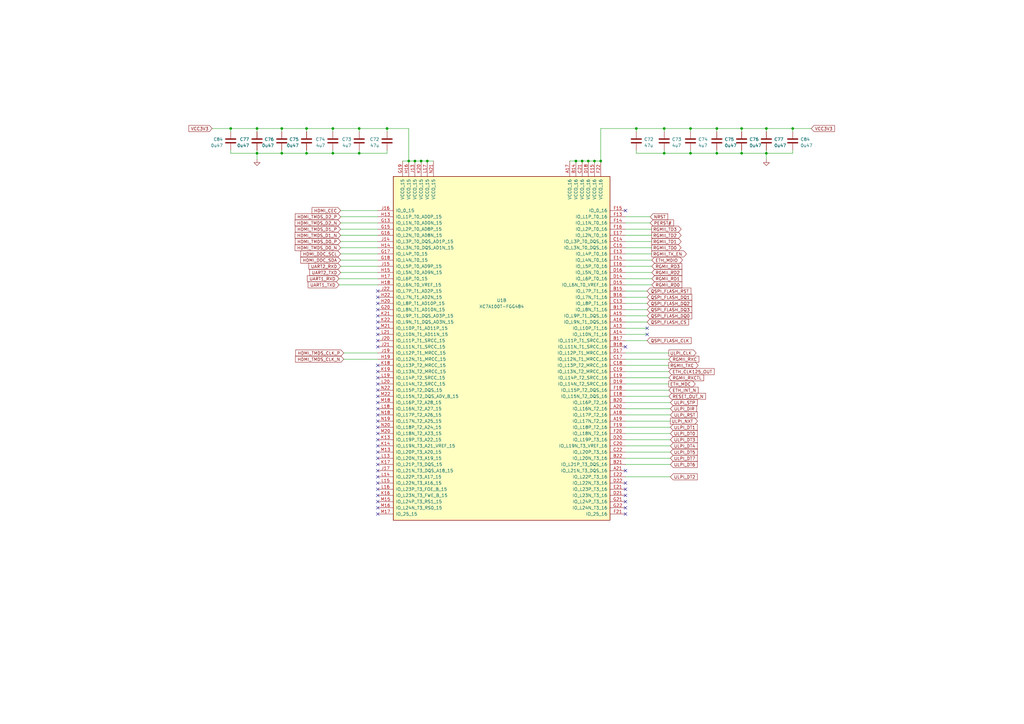
<source format=kicad_sch>
(kicad_sch (version 20230121) (generator eeschema)
  (paper "A3")
  (junction (at 147.32 52.705))
  (junction (at 294.005 52.705))
  (junction (at 304.165 62.865))
  (junction (at 314.325 52.705))
  (junction (at 105.41 52.705))
  (junction (at 175.26 66.04))
  (junction (at 170.18 66.04))
  (junction (at 272.415 52.705))
  (junction (at 125.73 62.865))
  (junction (at 243.84 66.04))
  (junction (at 136.525 62.865))
  (junction (at 246.38 66.04))
  (junction (at 172.72 66.04))
  (junction (at 294.005 62.865))
  (junction (at 272.415 62.865))
  (junction (at 115.57 52.705))
  (junction (at 314.325 62.865))
  (junction (at 94.615 52.705))
  (junction (at 283.21 52.705))
  (junction (at 283.21 62.865))
  (junction (at 147.32 62.865))
  (junction (at 115.57 62.865))
  (junction (at 136.525 52.705))
  (junction (at 260.985 52.705))
  (junction (at 241.3 66.04))
  (junction (at 105.41 62.865))
  (junction (at 125.73 52.705))
  (junction (at 158.75 52.705))
  (junction (at 167.64 66.04))
  (junction (at 325.12 52.705))
  (junction (at 236.22 66.04))
  (junction (at 304.165 52.705))
  (junction (at 238.76 66.04))
  (no_connect (at 256.54 86.36))
  (no_connect (at 154.94 167.64))
  (no_connect (at 154.94 165.1))
  (no_connect (at 256.54 210.82))
  (no_connect (at 154.94 175.26))
  (no_connect (at 154.94 198.12))
  (no_connect (at 154.94 160.02))
  (no_connect (at 154.94 193.04))
  (no_connect (at 265.43 137.16))
  (no_connect (at 154.94 182.88))
  (no_connect (at 154.94 142.24))
  (no_connect (at 154.94 187.96))
  (no_connect (at 154.94 210.82))
  (no_connect (at 154.94 170.18))
  (no_connect (at 154.94 172.72))
  (no_connect (at 256.54 205.74))
  (no_connect (at 154.94 185.42))
  (no_connect (at 154.94 127))
  (no_connect (at 154.94 149.86))
  (no_connect (at 154.94 121.92))
  (no_connect (at 256.54 208.28))
  (no_connect (at 256.54 200.66))
  (no_connect (at 154.94 208.28))
  (no_connect (at 154.94 119.38))
  (no_connect (at 154.94 205.74))
  (no_connect (at 154.94 132.08))
  (no_connect (at 265.43 134.62))
  (no_connect (at 154.94 200.66))
  (no_connect (at 154.94 124.46))
  (no_connect (at 154.94 177.8))
  (no_connect (at 154.94 154.94))
  (no_connect (at 256.54 198.12))
  (no_connect (at 154.94 195.58))
  (no_connect (at 154.94 134.62))
  (no_connect (at 256.54 142.24))
  (no_connect (at 154.94 157.48))
  (no_connect (at 154.94 129.54))
  (no_connect (at 154.94 137.16))
  (no_connect (at 154.94 139.7))
  (no_connect (at 154.94 162.56))
  (no_connect (at 154.94 190.5))
  (no_connect (at 256.54 193.04))
  (no_connect (at 154.94 152.4))
  (no_connect (at 154.94 180.34))
  (no_connect (at 154.94 203.2))
  (no_connect (at 256.54 203.2))
  (wire (pts (xy 256.54 114.3) (xy 267.335 114.3)))
  (wire (pts (xy 94.615 52.705) (xy 105.41 52.705)))
  (wire (pts (xy 158.75 53.975) (xy 158.75 52.705)))
  (wire (pts (xy 256.54 121.92) (xy 265.43 121.92)))
  (wire (pts (xy 294.005 53.975) (xy 294.005 52.705)))
  (wire (pts (xy 256.54 180.34) (xy 274.955 180.34)))
  (wire (pts (xy 256.54 99.06) (xy 267.335 99.06)))
  (wire (pts (xy 283.21 62.865) (xy 294.005 62.865)))
  (wire (pts (xy 256.54 175.26) (xy 274.955 175.26)))
  (wire (pts (xy 256.54 177.8) (xy 274.955 177.8)))
  (wire (pts (xy 256.54 185.42) (xy 274.955 185.42)))
  (wire (pts (xy 139.7 109.22) (xy 154.94 109.22)))
  (wire (pts (xy 256.54 106.68) (xy 267.335 106.68)))
  (wire (pts (xy 332.74 52.705) (xy 325.12 52.705)))
  (wire (pts (xy 256.54 111.76) (xy 267.335 111.76)))
  (wire (pts (xy 256.54 124.46) (xy 265.43 124.46)))
  (wire (pts (xy 147.32 53.975) (xy 147.32 52.705)))
  (wire (pts (xy 256.54 127) (xy 265.43 127)))
  (wire (pts (xy 139.7 99.06) (xy 154.94 99.06)))
  (wire (pts (xy 272.415 53.975) (xy 272.415 52.705)))
  (wire (pts (xy 105.41 62.865) (xy 105.41 65.405)))
  (wire (pts (xy 105.41 61.595) (xy 105.41 62.865)))
  (wire (pts (xy 256.54 157.48) (xy 274.32 157.48)))
  (wire (pts (xy 256.54 109.22) (xy 267.335 109.22)))
  (wire (pts (xy 125.73 53.975) (xy 125.73 52.705)))
  (wire (pts (xy 105.41 53.975) (xy 105.41 52.705)))
  (wire (pts (xy 139.7 106.68) (xy 154.94 106.68)))
  (wire (pts (xy 115.57 61.595) (xy 115.57 62.865)))
  (wire (pts (xy 246.38 52.705) (xy 246.38 66.04)))
  (wire (pts (xy 314.325 61.595) (xy 314.325 62.865)))
  (wire (pts (xy 304.165 61.595) (xy 304.165 62.865)))
  (wire (pts (xy 158.75 52.705) (xy 147.32 52.705)))
  (wire (pts (xy 260.985 61.595) (xy 260.985 62.865)))
  (wire (pts (xy 139.7 93.98) (xy 154.94 93.98)))
  (wire (pts (xy 314.325 53.975) (xy 314.325 52.705)))
  (wire (pts (xy 256.54 119.38) (xy 265.43 119.38)))
  (wire (pts (xy 272.415 62.865) (xy 283.21 62.865)))
  (wire (pts (xy 105.41 52.705) (xy 115.57 52.705)))
  (wire (pts (xy 314.325 62.865) (xy 314.325 65.405)))
  (wire (pts (xy 294.005 62.865) (xy 304.165 62.865)))
  (wire (pts (xy 256.54 88.9) (xy 266.7 88.9)))
  (wire (pts (xy 256.54 152.4) (xy 274.32 152.4)))
  (wire (pts (xy 283.21 52.705) (xy 294.005 52.705)))
  (wire (pts (xy 136.525 62.865) (xy 125.73 62.865)))
  (wire (pts (xy 256.54 182.88) (xy 274.955 182.88)))
  (wire (pts (xy 256.54 93.98) (xy 267.335 93.98)))
  (wire (pts (xy 256.54 172.72) (xy 274.955 172.72)))
  (wire (pts (xy 256.54 195.58) (xy 274.955 195.58)))
  (wire (pts (xy 325.12 52.705) (xy 325.12 53.975)))
  (wire (pts (xy 139.7 104.14) (xy 154.94 104.14)))
  (wire (pts (xy 260.985 62.865) (xy 272.415 62.865)))
  (wire (pts (xy 256.54 91.44) (xy 266.7 91.44)))
  (wire (pts (xy 294.005 52.705) (xy 304.165 52.705)))
  (wire (pts (xy 256.54 170.18) (xy 274.955 170.18)))
  (wire (pts (xy 125.73 52.705) (xy 115.57 52.705)))
  (wire (pts (xy 125.73 61.595) (xy 125.73 62.865)))
  (wire (pts (xy 94.615 61.595) (xy 94.615 62.865)))
  (wire (pts (xy 165.1 66.04) (xy 167.64 66.04)))
  (wire (pts (xy 256.54 129.54) (xy 265.43 129.54)))
  (wire (pts (xy 147.32 52.705) (xy 136.525 52.705)))
  (wire (pts (xy 241.3 66.04) (xy 243.84 66.04)))
  (wire (pts (xy 158.75 61.595) (xy 158.75 62.865)))
  (wire (pts (xy 283.21 61.595) (xy 283.21 62.865)))
  (wire (pts (xy 243.84 66.04) (xy 246.38 66.04)))
  (wire (pts (xy 256.54 96.52) (xy 267.335 96.52)))
  (wire (pts (xy 283.21 53.975) (xy 283.21 52.705)))
  (wire (pts (xy 139.065 114.3) (xy 154.94 114.3)))
  (wire (pts (xy 94.615 62.865) (xy 105.41 62.865)))
  (wire (pts (xy 172.72 66.04) (xy 175.26 66.04)))
  (wire (pts (xy 158.75 52.705) (xy 167.64 52.705)))
  (wire (pts (xy 325.12 62.865) (xy 314.325 62.865)))
  (wire (pts (xy 256.54 104.14) (xy 267.335 104.14)))
  (wire (pts (xy 256.54 165.1) (xy 274.955 165.1)))
  (wire (pts (xy 140.97 147.32) (xy 154.94 147.32)))
  (wire (pts (xy 304.165 53.975) (xy 304.165 52.705)))
  (wire (pts (xy 256.54 101.6) (xy 267.335 101.6)))
  (wire (pts (xy 238.76 66.04) (xy 241.3 66.04)))
  (wire (pts (xy 304.165 62.865) (xy 314.325 62.865)))
  (wire (pts (xy 256.54 139.7) (xy 265.43 139.7)))
  (wire (pts (xy 294.005 61.595) (xy 294.005 62.865)))
  (wire (pts (xy 167.64 66.04) (xy 170.18 66.04)))
  (wire (pts (xy 233.68 66.04) (xy 236.22 66.04)))
  (wire (pts (xy 256.54 116.84) (xy 267.335 116.84)))
  (wire (pts (xy 256.54 167.64) (xy 274.955 167.64)))
  (wire (pts (xy 139.7 88.9) (xy 154.94 88.9)))
  (wire (pts (xy 256.54 147.32) (xy 274.32 147.32)))
  (wire (pts (xy 140.97 144.78) (xy 154.94 144.78)))
  (wire (pts (xy 256.54 160.02) (xy 274.32 160.02)))
  (wire (pts (xy 272.415 52.705) (xy 283.21 52.705)))
  (wire (pts (xy 260.985 52.705) (xy 272.415 52.705)))
  (wire (pts (xy 256.54 187.96) (xy 274.955 187.96)))
  (wire (pts (xy 167.64 52.705) (xy 167.64 66.04)))
  (wire (pts (xy 236.22 66.04) (xy 238.76 66.04)))
  (wire (pts (xy 175.26 66.04) (xy 177.8 66.04)))
  (wire (pts (xy 115.57 62.865) (xy 105.41 62.865)))
  (wire (pts (xy 256.54 190.5) (xy 274.955 190.5)))
  (wire (pts (xy 147.32 61.595) (xy 147.32 62.865)))
  (wire (pts (xy 256.54 144.78) (xy 274.32 144.78)))
  (wire (pts (xy 256.54 149.86) (xy 274.32 149.86)))
  (wire (pts (xy 256.54 162.56) (xy 274.32 162.56)))
  (wire (pts (xy 139.065 116.84) (xy 154.94 116.84)))
  (wire (pts (xy 86.995 52.705) (xy 94.615 52.705)))
  (wire (pts (xy 260.985 53.975) (xy 260.985 52.705)))
  (wire (pts (xy 139.7 101.6) (xy 154.94 101.6)))
  (wire (pts (xy 325.12 52.705) (xy 314.325 52.705)))
  (wire (pts (xy 246.38 52.705) (xy 260.985 52.705)))
  (wire (pts (xy 94.615 52.705) (xy 94.615 53.975)))
  (wire (pts (xy 256.54 132.08) (xy 265.43 132.08)))
  (wire (pts (xy 139.7 91.44) (xy 154.94 91.44)))
  (wire (pts (xy 272.415 61.595) (xy 272.415 62.865)))
  (wire (pts (xy 325.12 61.595) (xy 325.12 62.865)))
  (wire (pts (xy 256.54 134.62) (xy 265.43 134.62)))
  (wire (pts (xy 115.57 53.975) (xy 115.57 52.705)))
  (wire (pts (xy 256.54 154.94) (xy 274.32 154.94)))
  (wire (pts (xy 139.7 111.76) (xy 154.94 111.76)))
  (wire (pts (xy 139.7 86.36) (xy 154.94 86.36)))
  (wire (pts (xy 170.18 66.04) (xy 172.72 66.04)))
  (wire (pts (xy 136.525 53.975) (xy 136.525 52.705)))
  (wire (pts (xy 256.54 137.16) (xy 265.43 137.16)))
  (wire (pts (xy 314.325 52.705) (xy 304.165 52.705)))
  (wire (pts (xy 158.75 62.865) (xy 147.32 62.865)))
  (wire (pts (xy 147.32 62.865) (xy 136.525 62.865)))
  (wire (pts (xy 139.7 96.52) (xy 154.94 96.52)))
  (wire (pts (xy 136.525 52.705) (xy 125.73 52.705)))
  (wire (pts (xy 136.525 61.595) (xy 136.525 62.865)))
  (wire (pts (xy 125.73 62.865) (xy 115.57 62.865)))
  (global_label "ETH_MDC" (shape output) (at 274.32 157.48 0) (property "Intersheetrefs" "${INTERSHEET_REFS}" (effects hide)))
  (global_label "RGMII_TD2" (shape output) (at 267.335 96.52 0) (property "Intersheetrefs" "${INTERSHEET_REFS}" (effects hide)))
  (global_label "QSPI_FLASH_CLK" (shape input) (at 265.43 139.7 0) (property "Intersheetrefs" "${INTERSHEET_REFS}" (effects hide)))
  (global_label "ULPI_DIR" (shape input) (at 274.955 167.64 0) (property "Intersheetrefs" "${INTERSHEET_REFS}" (effects hide)))
  (global_label "ULPI_DT3" (shape input) (at 274.955 180.34 0) (property "Intersheetrefs" "${INTERSHEET_REFS}" (effects hide)))
  (global_label "RGMII_RD3" (shape input) (at 267.335 109.22 0) (property "Intersheetrefs" "${INTERSHEET_REFS}" (effects hide)))
  (global_label "HDMI_DDC_SDA" (shape input) (at 139.7 106.68 180) (property "Intersheetrefs" "${INTERSHEET_REFS}" (effects hide)))
  (global_label "HDMI_TMDS_D1_P" (shape input) (at 139.7 93.98 180) (property "Intersheetrefs" "${INTERSHEET_REFS}" (effects hide)))
  (global_label "QSPI_FLASH_DQ3" (shape input) (at 265.43 127 0) (property "Intersheetrefs" "${INTERSHEET_REFS}" (effects hide)))
  (global_label "ETH_MDIO" (shape bidirectional) (at 267.335 106.68 0) (property "Intersheetrefs" "${INTERSHEET_REFS}" (effects hide)))
  (global_label "RGMII_RD2" (shape input) (at 267.335 111.76 0) (property "Intersheetrefs" "${INTERSHEET_REFS}" (effects hide)))
  (global_label "RGMII_TD1" (shape output) (at 267.335 99.06 0) (property "Intersheetrefs" "${INTERSHEET_REFS}" (effects hide)))
  (global_label "NRST" (shape input) (at 266.7 88.9 0) (property "Intersheetrefs" "${INTERSHEET_REFS}" (effects hide)))
  (global_label "UART2_TXD" (shape input) (at 139.7 111.76 180) (property "Intersheetrefs" "${INTERSHEET_REFS}" (effects hide)))
  (global_label "RGMII_TD0" (shape output) (at 267.335 101.6 0) (property "Intersheetrefs" "${INTERSHEET_REFS}" (effects hide)))
  (global_label "HDMI_TMDS_CLK_N" (shape input) (at 140.97 147.32 180) (property "Intersheetrefs" "${INTERSHEET_REFS}" (effects hide)))
  (global_label "ULPI_DT5" (shape input) (at 274.955 185.42 0) (property "Intersheetrefs" "${INTERSHEET_REFS}" (effects hide)))
  (global_label "RGMII_RD0" (shape input) (at 267.335 116.84 0) (property "Intersheetrefs" "${INTERSHEET_REFS}" (effects hide)))
  (global_label "ULPI_DT4" (shape input) (at 274.955 182.88 0) (property "Intersheetrefs" "${INTERSHEET_REFS}" (effects hide)))
  (global_label "HDMI_DDC_SCL" (shape input) (at 139.7 104.14 180) (property "Intersheetrefs" "${INTERSHEET_REFS}" (effects hide)))
  (global_label "QSPI_FLASH_DQ1" (shape input) (at 265.43 121.92 0) (property "Intersheetrefs" "${INTERSHEET_REFS}" (effects hide)))
  (global_label "RGMII_RXC" (shape input) (at 274.32 147.32 0) (property "Intersheetrefs" "${INTERSHEET_REFS}" (effects hide)))
  (global_label "RESET_OUT_N" (shape input) (at 274.32 162.56 0) (property "Intersheetrefs" "${INTERSHEET_REFS}" (effects hide)))
  (global_label "RGMII_TXC" (shape output) (at 274.32 149.86 0) (property "Intersheetrefs" "${INTERSHEET_REFS}" (effects hide)))
  (global_label "VCC3V3" (shape input) (at 332.74 52.705 0) (property "Intersheetrefs" "${INTERSHEET_REFS}" (effects hide)))
  (global_label "QSPI_FLASH_CS" (shape input) (at 265.43 132.08 0) (property "Intersheetrefs" "${INTERSHEET_REFS}" (effects hide)))
  (global_label "RGMII_TX_EN" (shape output) (at 267.335 104.14 0) (property "Intersheetrefs" "${INTERSHEET_REFS}" (effects hide)))
  (global_label "RGMII_RXCTL" (shape input) (at 274.32 154.94 0) (property "Intersheetrefs" "${INTERSHEET_REFS}" (effects hide)))
  (global_label "HDMI_TMDS_D2_P" (shape input) (at 139.7 88.9 180) (property "Intersheetrefs" "${INTERSHEET_REFS}" (effects hide)))
  (global_label "ULPI_DT2" (shape input) (at 274.955 195.58 0) (property "Intersheetrefs" "${INTERSHEET_REFS}" (effects hide)))
  (global_label "ETH_CLK125_OUT" (shape input) (at 274.32 152.4 0) (property "Intersheetrefs" "${INTERSHEET_REFS}" (effects hide)))
  (global_label "QSPI_FLASH_DQ0" (shape input) (at 265.43 129.54 0) (property "Intersheetrefs" "${INTERSHEET_REFS}" (effects hide)))
  (global_label "RGMII_TD3" (shape output) (at 267.335 93.98 0) (property "Intersheetrefs" "${INTERSHEET_REFS}" (effects hide)))
  (global_label "HDMI_CEC" (shape input) (at 139.7 86.36 180) (property "Intersheetrefs" "${INTERSHEET_REFS}" (effects hide)))
  (global_label "UART1_RXD" (shape input) (at 139.065 114.3 180) (property "Intersheetrefs" "${INTERSHEET_REFS}" (effects hide)))
  (global_label "ULPI_CLK" (shape output) (at 274.32 144.78 0) (property "Intersheetrefs" "${INTERSHEET_REFS}" (effects hide)))
  (global_label "ULPI_NXT" (shape output) (at 274.955 172.72 0) (property "Intersheetrefs" "${INTERSHEET_REFS}" (effects hide)))
  (global_label "RGMII_RD1" (shape input) (at 267.335 114.3 0) (property "Intersheetrefs" "${INTERSHEET_REFS}" (effects hide)))
  (global_label "VCC3V3" (shape input) (at 86.995 52.705 180) (property "Intersheetrefs" "${INTERSHEET_REFS}" (effects hide)))
  (global_label "HDMI_TMDS_CLK_P" (shape input) (at 140.97 144.78 180) (property "Intersheetrefs" "${INTERSHEET_REFS}" (effects hide)))
  (global_label "ULPI_DT1" (shape input) (at 274.955 175.26 0) (property "Intersheetrefs" "${INTERSHEET_REFS}" (effects hide)))
  (global_label "UART2_RXD" (shape input) (at 139.7 109.22 180) (property "Intersheetrefs" "${INTERSHEET_REFS}" (effects hide)))
  (global_label "PERST#" (shape input) (at 266.7 91.44 0) (property "Intersheetrefs" "${INTERSHEET_REFS}" (effects hide)))
  (global_label "ULPI_DT7" (shape input) (at 274.955 187.96 0) (property "Intersheetrefs" "${INTERSHEET_REFS}" (effects hide)))
  (global_label "HDMI_TMDS_D1_N" (shape input) (at 139.7 96.52 180) (property "Intersheetrefs" "${INTERSHEET_REFS}" (effects hide)))
  (global_label "HDMI_TMDS_D0_P" (shape input) (at 139.7 99.06 180) (property "Intersheetrefs" "${INTERSHEET_REFS}" (effects hide)))
  (global_label "ULPI_STP" (shape input) (at 274.955 165.1 0) (property "Intersheetrefs" "${INTERSHEET_REFS}" (effects hide)))
  (global_label "QSPI_FLASH_DQ2" (shape input) (at 265.43 124.46 0) (property "Intersheetrefs" "${INTERSHEET_REFS}" (effects hide)))
  (global_label "UART1_TXD" (shape input) (at 139.065 116.84 180) (property "Intersheetrefs" "${INTERSHEET_REFS}" (effects hide)))
  (global_label "ULPI_DT0" (shape input) (at 274.955 177.8 0) (property "Intersheetrefs" "${INTERSHEET_REFS}" (effects hide)))
  (global_label "HDMI_TMDS_D2_N" (shape input) (at 139.7 91.44 180) (property "Intersheetrefs" "${INTERSHEET_REFS}" (effects hide)))
  (global_label "ULPI_RST" (shape input) (at 274.955 170.18 0) (property "Intersheetrefs" "${INTERSHEET_REFS}" (effects hide)))
  (global_label "HDMI_TMDS_D0_N" (shape input) (at 139.7 101.6 180) (property "Intersheetrefs" "${INTERSHEET_REFS}" (effects hide)))
  (global_label "ETH_INT_N" (shape input) (at 274.32 160.02 0) (property "Intersheetrefs" "${INTERSHEET_REFS}" (effects hide)))
  (global_label "ULPI_DT6" (shape input) (at 274.955 190.5 0) (property "Intersheetrefs" "${INTERSHEET_REFS}" (effects hide)))
  (global_label "QSPI_FLASH_RST" (shape input) (at 265.43 119.38 0) (property "Intersheetrefs" "${INTERSHEET_REFS}" (effects hide)))
  (symbol (lib_id "Device:C") (at 294.005 57.785 180) (unit 1)
    (property "Reference" "C75" (at 297.18 57.15 0) (effects (justify right)))
    (property "Value" "0u47" (at 297.18 59.69 0) (effects (justify right)))
    (property "Footprint" "GRM155R60J474KE19D:CAPC1005X55N" (effects hide))
    (instances (project "FPGA_dev_board" (path "" (reference "C75") (unit 1)) (path "" (reference "C96") (unit 1))))
  )
  (symbol (lib_id "Device:C") (at 304.165 57.785 180) (unit 1)
    (property "Reference" "C76" (at 307.34 57.15 0) (effects (justify right)))
    (property "Value" "0u47" (at 307.34 59.69 0) (effects (justify right)))
    (property "Footprint" "GRM155R60J474KE19D:CAPC1005X55N" (effects hide))
    (instances (project "FPGA_dev_board" (path "" (reference "C76") (unit 1)) (path "" (reference "C97") (unit 1))))
  )
  (symbol (lib_id "power:GND") (at 105.41 65.405 0) (mirror y) (unit 1)
    (property "Reference" "#PWR042" (effects hide))
    (property "Value" "GND" (effects hide))
    (instances (project "FPGA_dev_board" (path "" (reference "#PWR042") (unit 1)) (path "" (reference "#PWR050") (unit 1)) (path "" (reference "#PWR056") (unit 1))))
  )
  (symbol (lib_id "Device:C") (at 325.12 57.785 180) (unit 1)
    (property "Reference" "C84" (at 328.295 57.15 0) (effects (justify right)))
    (property "Value" "0u47" (at 328.295 59.69 0) (effects (justify right)))
    (property "Footprint" "GRM155R60J474KE19D:CAPC1005X55N" (effects hide))
    (instances (project "FPGA_dev_board" (path "" (reference "C84") (unit 1)) (path "" (reference "C99") (unit 1))))
  )
  (symbol (lib_id "power:GND") (at 314.325 65.405 0) (unit 1)
    (property "Reference" "#PWR042" (effects hide))
    (property "Value" "GND" (effects hide))
    (instances (project "FPGA_dev_board" (path "" (reference "#PWR042") (unit 1)) (path "" (reference "#PWR050") (unit 1)) (path "" (reference "#PWR054") (unit 1))))
  )
  (symbol (lib_id "Device:C") (at 125.73 57.785 0) (mirror x) (unit 1)
    (property "Reference" "C75" (at 122.555 57.15 0) (effects (justify right)))
    (property "Value" "0u47" (at 122.555 59.69 0) (effects (justify right)))
    (property "Footprint" "GRM155R60J474KE19D:CAPC1005X55N" (effects hide))
    (instances (project "FPGA_dev_board" (path "" (reference "C75") (unit 1)) (path "" (reference "C106") (unit 1))))
  )
  (symbol (lib_id "FPGA_Xilinx_Artix7:XC7A100T-FGG484") (at 205.74 139.7 0) (unit 2)
    (property "Reference" "U1" (at 205.74 123.19 0))
    (property "Value" "XC7A100T-FGG484" (at 205.74 125.73 0))
    (property "Footprint" "XC7A100T-2FGG484C:BGA484C100P22X22_2300X2300X260N" (effects hide))
  )
  (symbol (lib_id "Device:C") (at 94.615 57.785 0) (mirror x) (unit 1)
    (property "Reference" "C84" (at 91.44 57.15 0) (effects (justify right)))
    (property "Value" "0u47" (at 91.44 59.69 0) (effects (justify right)))
    (property "Footprint" "GRM155R60J474KE19D:CAPC1005X55N" (effects hide))
    (instances (project "FPGA_dev_board" (path "" (reference "C84") (unit 1)) (path "" (reference "C109") (unit 1))))
  )
  (symbol (lib_id "Device:C") (at 272.415 57.785 180) (unit 1)
    (property "Reference" "C73" (at 275.59 57.15 0) (effects (justify right)))
    (property "Value" "4u7" (at 275.59 59.69 0) (effects (justify right)))
    (property "Footprint" "GRM21BR71A475KE51L:CAPC2012X140N" (effects hide))
    (instances (project "FPGA_dev_board" (path "" (reference "C73") (unit 1)) (path "" (reference "C94") (unit 1))))
  )
  (symbol (lib_id "Device:C") (at 147.32 57.785 0) (mirror x) (unit 1)
    (property "Reference" "C73" (at 144.145 57.15 0) (effects (justify right)))
    (property "Value" "4u7" (at 144.145 59.69 0) (effects (justify right)))
    (property "Footprint" "GRM21BR71A475KE51L:CAPC2012X140N" (effects hide))
    (instances (project "FPGA_dev_board" (path "" (reference "C73") (unit 1)) (path "" (reference "C104") (unit 1))))
  )
  (symbol (lib_id "Device:C") (at 158.75 57.785 0) (mirror x) (unit 1)
    (property "Reference" "C72" (at 155.575 57.15 0) (effects (justify right)))
    (property "Value" "47u" (at 155.575 59.69 0) (effects (justify right)))
    (property "Footprint" "GRM32ER70J476ME20L:G-32_MUR" (effects hide))
    (instances (project "FPGA_dev_board" (path "" (reference "C72") (unit 1)) (path "" (reference "C103") (unit 1))))
  )
  (symbol (lib_id "Device:C") (at 115.57 57.785 0) (mirror x) (unit 1)
    (property "Reference" "C76" (at 112.395 57.15 0) (effects (justify right)))
    (property "Value" "0u47" (at 112.395 59.69 0) (effects (justify right)))
    (property "Footprint" "GRM155R60J474KE19D:CAPC1005X55N" (effects hide))
    (instances (project "FPGA_dev_board" (path "" (reference "C76") (unit 1)) (path "" (reference "C107") (unit 1))))
  )
  (symbol (lib_id "Device:C") (at 314.325 57.785 180) (unit 1)
    (property "Reference" "C77" (at 317.5 57.15 0) (effects (justify right)))
    (property "Value" "0u47" (at 317.5 59.69 0) (effects (justify right)))
    (property "Footprint" "GRM155R60J474KE19D:CAPC1005X55N" (effects hide))
    (instances (project "FPGA_dev_board" (path "" (reference "C77") (unit 1)) (path "" (reference "C98") (unit 1))))
  )
  (symbol (lib_id "Device:C") (at 105.41 57.785 0) (mirror x) (unit 1)
    (property "Reference" "C77" (at 102.235 57.15 0) (effects (justify right)))
    (property "Value" "0u47" (at 102.235 59.69 0) (effects (justify right)))
    (property "Footprint" "GRM155R60J474KE19D:CAPC1005X55N" (effects hide))
    (instances (project "FPGA_dev_board" (path "" (reference "C77") (unit 1)) (path "" (reference "C108") (unit 1))))
  )
  (symbol (lib_id "Device:C") (at 283.21 57.785 180) (unit 1)
    (property "Reference" "C74" (at 286.385 57.15 0) (effects (justify right)))
    (property "Value" "4u7" (at 286.385 59.69 0) (effects (justify right)))
    (property "Footprint" "GRM21BR71A475KE51L:CAPC2012X140N" (effects hide))
    (instances (project "FPGA_dev_board" (path "" (reference "C74") (unit 1)) (path "" (reference "C95") (unit 1))))
  )
  (symbol (lib_id "Device:C") (at 260.985 57.785 180) (unit 1)
    (property "Reference" "C72" (at 264.16 57.15 0) (effects (justify right)))
    (property "Value" "47u" (at 264.16 59.69 0) (effects (justify right)))
    (property "Footprint" "GRM32ER70J476ME20L:G-32_MUR" (effects hide))
    (instances (project "FPGA_dev_board" (path "" (reference "C72") (unit 1)) (path "" (reference "C93") (unit 1))))
  )
  (symbol (lib_id "Device:C") (at 136.525 57.785 0) (mirror x) (unit 1)
    (property "Reference" "C74" (at 133.35 57.15 0) (effects (justify right)))
    (property "Value" "4u7" (at 133.35 59.69 0) (effects (justify right)))
    (property "Footprint" "GRM21BR71A475KE51L:CAPC2012X140N" (effects hide))
    (instances (project "FPGA_dev_board" (path "" (reference "C74") (unit 1)) (path "" (reference "C105") (unit 1))))
  )
)
</source>
